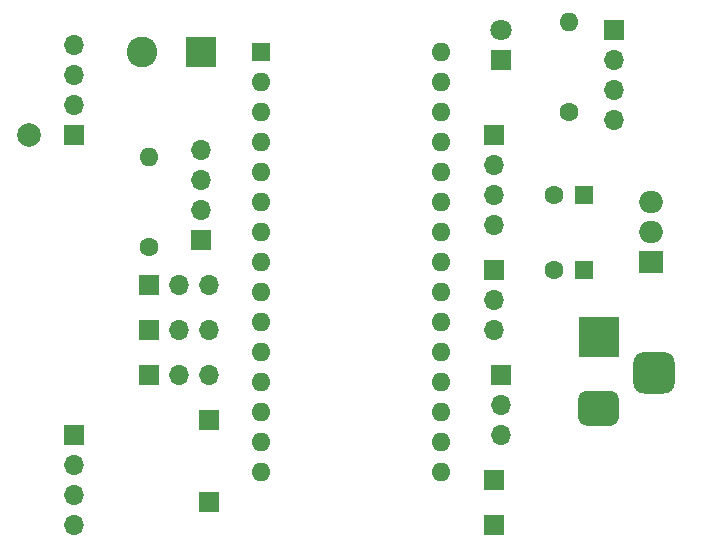
<source format=gbr>
%TF.GenerationSoftware,KiCad,Pcbnew,(5.1.12)-1*%
%TF.CreationDate,2022-03-25T13:53:05+05:30*%
%TF.ProjectId,smart_menu,736d6172-745f-46d6-956e-752e6b696361,rev?*%
%TF.SameCoordinates,Original*%
%TF.FileFunction,Copper,L2,Bot*%
%TF.FilePolarity,Positive*%
%FSLAX46Y46*%
G04 Gerber Fmt 4.6, Leading zero omitted, Abs format (unit mm)*
G04 Created by KiCad (PCBNEW (5.1.12)-1) date 2022-03-25 13:53:05*
%MOMM*%
%LPD*%
G01*
G04 APERTURE LIST*
%TA.AperFunction,ComponentPad*%
%ADD10C,2.600000*%
%TD*%
%TA.AperFunction,ComponentPad*%
%ADD11R,2.600000X2.600000*%
%TD*%
%TA.AperFunction,ComponentPad*%
%ADD12O,2.000000X1.905000*%
%TD*%
%TA.AperFunction,ComponentPad*%
%ADD13R,2.000000X1.905000*%
%TD*%
%TA.AperFunction,ComponentPad*%
%ADD14O,1.600000X1.600000*%
%TD*%
%TA.AperFunction,ComponentPad*%
%ADD15C,1.600000*%
%TD*%
%TA.AperFunction,ComponentPad*%
%ADD16R,1.700000X1.700000*%
%TD*%
%TA.AperFunction,ComponentPad*%
%ADD17O,1.700000X1.700000*%
%TD*%
%TA.AperFunction,ComponentPad*%
%ADD18R,3.500000X3.500000*%
%TD*%
%TA.AperFunction,ComponentPad*%
%ADD19C,1.800000*%
%TD*%
%TA.AperFunction,ComponentPad*%
%ADD20R,1.800000X1.800000*%
%TD*%
%TA.AperFunction,ComponentPad*%
%ADD21R,1.600000X1.600000*%
%TD*%
%TA.AperFunction,ViaPad*%
%ADD22C,2.000000*%
%TD*%
G04 APERTURE END LIST*
D10*
%TO.P,J4,2*%
%TO.N,SW*%
X87710000Y-82550000D03*
D11*
%TO.P,J4,1*%
%TO.N,GND*%
X92710000Y-82550000D03*
%TD*%
D12*
%TO.P,U1,3*%
%TO.N,+5V*%
X130810000Y-95250000D03*
%TO.P,U1,2*%
%TO.N,GND*%
X130810000Y-97790000D03*
D13*
%TO.P,U1,1*%
%TO.N,Net-(C1-Pad1)*%
X130810000Y-100330000D03*
%TD*%
D14*
%TO.P,R1,2*%
%TO.N,Net-(D1-Pad2)*%
X123825000Y-80010000D03*
D15*
%TO.P,R1,1*%
%TO.N,+5V*%
X123825000Y-87630000D03*
%TD*%
D16*
%TO.P,J18,1*%
%TO.N,Net-(A1-Pad17)*%
X117475000Y-118745000D03*
%TD*%
%TO.P,J17,1*%
%TO.N,Net-(A1-Pad16)*%
X117475000Y-122555000D03*
%TD*%
%TO.P,J16,1*%
%TO.N,Net-(A1-Pad15)*%
X93345000Y-120650000D03*
%TD*%
%TO.P,J15,1*%
%TO.N,Net-(A1-Pad13)*%
X93345000Y-113665000D03*
%TD*%
D17*
%TO.P,J14,4*%
%TO.N,Net-(A1-Pad6)*%
X92710000Y-90805000D03*
%TO.P,J14,3*%
%TO.N,Net-(A1-Pad7)*%
X92710000Y-93345000D03*
%TO.P,J14,2*%
%TO.N,Net-(A1-Pad8)*%
X92710000Y-95885000D03*
D16*
%TO.P,J14,1*%
%TO.N,Net-(A1-Pad9)*%
X92710000Y-98425000D03*
%TD*%
D17*
%TO.P,J13,4*%
%TO.N,GND*%
X127635000Y-88265000D03*
%TO.P,J13,3*%
X127635000Y-85725000D03*
%TO.P,J13,2*%
X127635000Y-83185000D03*
D16*
%TO.P,J13,1*%
X127635000Y-80645000D03*
%TD*%
D17*
%TO.P,J12,4*%
%TO.N,VCC*%
X117475000Y-97155000D03*
%TO.P,J12,3*%
X117475000Y-94615000D03*
%TO.P,J12,2*%
X117475000Y-92075000D03*
D16*
%TO.P,J12,1*%
X117475000Y-89535000D03*
%TD*%
D17*
%TO.P,J9,4*%
%TO.N,VCC*%
X81915000Y-81915000D03*
%TO.P,J9,3*%
%TO.N,GND*%
X81915000Y-84455000D03*
%TO.P,J9,2*%
X81915000Y-86995000D03*
D16*
%TO.P,J9,1*%
%TO.N,Net-(J10-Pad1)*%
X81915000Y-89535000D03*
%TD*%
D17*
%TO.P,J8,4*%
%TO.N,GND*%
X81915000Y-122555000D03*
%TO.P,J8,3*%
%TO.N,RF_DATA*%
X81915000Y-120015000D03*
%TO.P,J8,2*%
X81915000Y-117475000D03*
D16*
%TO.P,J8,1*%
%TO.N,VCC*%
X81915000Y-114935000D03*
%TD*%
D17*
%TO.P,J7,3*%
%TO.N,IR4_DATA*%
X118110000Y-114935000D03*
%TO.P,J7,2*%
%TO.N,GND*%
X118110000Y-112395000D03*
D16*
%TO.P,J7,1*%
%TO.N,VCC*%
X118110000Y-109855000D03*
%TD*%
D17*
%TO.P,J6,3*%
%TO.N,IR3_DATA*%
X93345000Y-109855000D03*
%TO.P,J6,2*%
%TO.N,GND*%
X90805000Y-109855000D03*
D16*
%TO.P,J6,1*%
%TO.N,VCC*%
X88265000Y-109855000D03*
%TD*%
D17*
%TO.P,J5,3*%
%TO.N,IR5_DATA*%
X117475000Y-106045000D03*
%TO.P,J5,2*%
%TO.N,GND*%
X117475000Y-103505000D03*
D16*
%TO.P,J5,1*%
%TO.N,VCC*%
X117475000Y-100965000D03*
%TD*%
D17*
%TO.P,J3,3*%
%TO.N,IR2_DATA*%
X93345000Y-106045000D03*
%TO.P,J3,2*%
%TO.N,GND*%
X90805000Y-106045000D03*
D16*
%TO.P,J3,1*%
%TO.N,VCC*%
X88265000Y-106045000D03*
%TD*%
D17*
%TO.P,J2,3*%
%TO.N,IR1_DATA*%
X93345000Y-102235000D03*
%TO.P,J2,2*%
%TO.N,GND*%
X90805000Y-102235000D03*
D16*
%TO.P,J2,1*%
%TO.N,VCC*%
X88265000Y-102235000D03*
%TD*%
%TO.P,J1,3*%
%TO.N,N/C*%
%TA.AperFunction,ComponentPad*%
G36*
G01*
X131940000Y-111430000D02*
X130190000Y-111430000D01*
G75*
G02*
X129315000Y-110555000I0J875000D01*
G01*
X129315000Y-108805000D01*
G75*
G02*
X130190000Y-107930000I875000J0D01*
G01*
X131940000Y-107930000D01*
G75*
G02*
X132815000Y-108805000I0J-875000D01*
G01*
X132815000Y-110555000D01*
G75*
G02*
X131940000Y-111430000I-875000J0D01*
G01*
G37*
%TD.AperFunction*%
%TO.P,J1,2*%
%TO.N,GND*%
%TA.AperFunction,ComponentPad*%
G36*
G01*
X127365000Y-114180000D02*
X125365000Y-114180000D01*
G75*
G02*
X124615000Y-113430000I0J750000D01*
G01*
X124615000Y-111930000D01*
G75*
G02*
X125365000Y-111180000I750000J0D01*
G01*
X127365000Y-111180000D01*
G75*
G02*
X128115000Y-111930000I0J-750000D01*
G01*
X128115000Y-113430000D01*
G75*
G02*
X127365000Y-114180000I-750000J0D01*
G01*
G37*
%TD.AperFunction*%
D18*
%TO.P,J1,1*%
%TO.N,Net-(C1-Pad1)*%
X126365000Y-106680000D03*
%TD*%
D19*
%TO.P,D1,2*%
%TO.N,Net-(D1-Pad2)*%
X118110000Y-80645000D03*
D20*
%TO.P,D1,1*%
%TO.N,GND*%
X118110000Y-83185000D03*
%TD*%
D15*
%TO.P,C2,2*%
%TO.N,GND*%
X122595000Y-94615000D03*
D21*
%TO.P,C2,1*%
%TO.N,+5V*%
X125095000Y-94615000D03*
%TD*%
D15*
%TO.P,C1,2*%
%TO.N,GND*%
X122595000Y-100965000D03*
D21*
%TO.P,C1,1*%
%TO.N,Net-(C1-Pad1)*%
X125095000Y-100965000D03*
%TD*%
D14*
%TO.P,A1,16*%
%TO.N,Net-(A1-Pad16)*%
X113030000Y-118110000D03*
%TO.P,A1,15*%
%TO.N,Net-(A1-Pad15)*%
X97790000Y-118110000D03*
%TO.P,A1,30*%
%TO.N,+5V*%
X113030000Y-82550000D03*
%TO.P,A1,14*%
%TO.N,RF_DATA*%
X97790000Y-115570000D03*
%TO.P,A1,29*%
%TO.N,GND*%
X113030000Y-85090000D03*
%TO.P,A1,13*%
%TO.N,Net-(A1-Pad13)*%
X97790000Y-113030000D03*
%TO.P,A1,28*%
%TO.N,N/C*%
X113030000Y-87630000D03*
%TO.P,A1,12*%
%TO.N,IR3_DATA*%
X97790000Y-110490000D03*
%TO.P,A1,27*%
%TO.N,VCC*%
X113030000Y-90170000D03*
%TO.P,A1,11*%
%TO.N,IR2_DATA*%
X97790000Y-107950000D03*
%TO.P,A1,26*%
%TO.N,N/C*%
X113030000Y-92710000D03*
%TO.P,A1,10*%
%TO.N,IR1_DATA*%
X97790000Y-105410000D03*
%TO.P,A1,25*%
%TO.N,N/C*%
X113030000Y-95250000D03*
%TO.P,A1,9*%
%TO.N,Net-(A1-Pad9)*%
X97790000Y-102870000D03*
%TO.P,A1,24*%
%TO.N,N/C*%
X113030000Y-97790000D03*
%TO.P,A1,8*%
%TO.N,Net-(A1-Pad8)*%
X97790000Y-100330000D03*
%TO.P,A1,23*%
%TO.N,N/C*%
X113030000Y-100330000D03*
%TO.P,A1,7*%
%TO.N,Net-(A1-Pad7)*%
X97790000Y-97790000D03*
%TO.P,A1,22*%
%TO.N,N/C*%
X113030000Y-102870000D03*
%TO.P,A1,6*%
%TO.N,Net-(A1-Pad6)*%
X97790000Y-95250000D03*
%TO.P,A1,21*%
%TO.N,N/C*%
X113030000Y-105410000D03*
%TO.P,A1,5*%
%TO.N,SW*%
X97790000Y-92710000D03*
%TO.P,A1,20*%
%TO.N,IR5_DATA*%
X113030000Y-107950000D03*
%TO.P,A1,4*%
%TO.N,GND*%
X97790000Y-90170000D03*
%TO.P,A1,19*%
%TO.N,IR4_DATA*%
X113030000Y-110490000D03*
%TO.P,A1,3*%
%TO.N,N/C*%
X97790000Y-87630000D03*
%TO.P,A1,18*%
X113030000Y-113030000D03*
%TO.P,A1,2*%
X97790000Y-85090000D03*
%TO.P,A1,17*%
%TO.N,Net-(A1-Pad17)*%
X113030000Y-115570000D03*
D21*
%TO.P,A1,1*%
%TO.N,N/C*%
X97790000Y-82550000D03*
%TD*%
D14*
%TO.P,10K1,2*%
%TO.N,SW*%
X88265000Y-91440000D03*
D15*
%TO.P,10K1,1*%
%TO.N,VCC*%
X88265000Y-99060000D03*
%TD*%
D22*
%TO.N,Net-(J10-Pad1)*%
X78105000Y-89535000D03*
%TD*%
M02*

</source>
